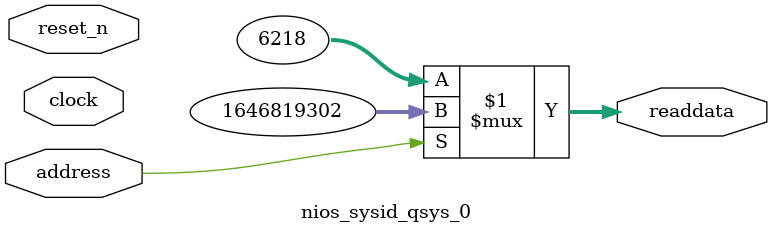
<source format=v>

`timescale 1ns / 1ps
// synthesis translate_on

// turn off superfluous verilog processor warnings 
// altera message_level Level1 
// altera message_off 10034 10035 10036 10037 10230 10240 10030 

module nios_sysid_qsys_0 (
               // inputs:
                address,
                clock,
                reset_n,

               // outputs:
                readdata
             )
;

  output  [ 31: 0] readdata;
  input            address;
  input            clock;
  input            reset_n;

  wire    [ 31: 0] readdata;
  //control_slave, which is an e_avalon_slave
  assign readdata = address ? 1646819302 : 6218;

endmodule




</source>
